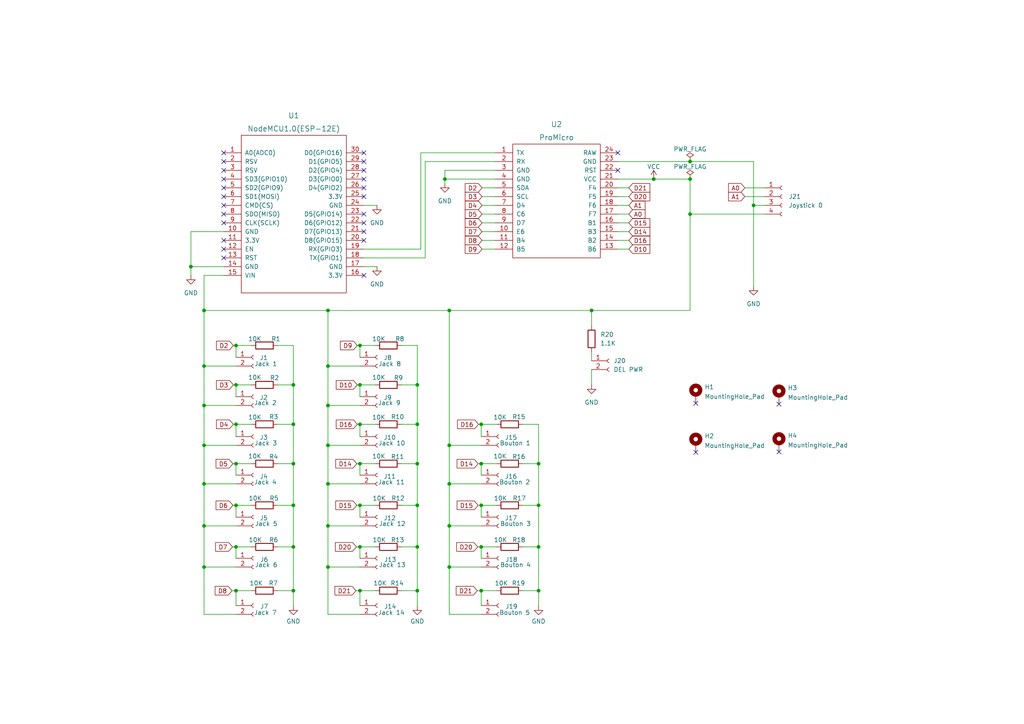
<source format=kicad_sch>
(kicad_sch (version 20211123) (generator eeschema)
  (paper "A4")
  (title_block (title "Manette adaptée ") (date "2023-01-26") (rev "Version 0.1") (company "Cégep de Sherbrooke") (comment 1 "Technologie des systèmes ordinés") (comment 2 "247-67P-SH") (comment 3 "Mathis Savoie") (comment 4 "Jackob Breton"))
  (lib_symbols
    (symbol "Connector:Conn_01x02_Female" (pin_names (offset 1.016) hide)
      (property "Reference" "J" (at 0 2.54 0))
      (property "Value" "Conn_01x02_Female" (at 0 -5.08 0))
      (symbol "Conn_01x02_Female_1_1"
        (arc (start 0 -2.032) (mid -0.508 -2.54) (end 0 -3.048) (stroke (width 0.1524)))
        (polyline (pts (xy -1.27 -2.54) (xy -0.508 -2.54)) (stroke (width 0.1524)))
        (polyline (pts (xy -1.27 0) (xy -0.508 0)) (stroke (width 0.1524)))
        (arc (start 0 0.508) (mid -0.508 0) (end 0 -0.508) (stroke (width 0.1524)))
        (pin passive line (at -5.08 0 0) (length 3.81) (name "Pin_1") (number "1"))
        (pin passive line (at -5.08 -2.54 0) (length 3.81) (name "Pin_2") (number "2"))
      )
    )
    (symbol "Connector:Conn_01x04_Female" (pin_names (offset 1.016) hide)
      (property "Reference" "J" (at 0 5.08 0))
      (property "Value" "Conn_01x04_Female" (at 0 -7.62 0))
      (symbol "Conn_01x04_Female_1_1"
        (arc (start 0 -4.572) (mid -0.508 -5.08) (end 0 -5.588) (stroke (width 0.1524)))
        (arc (start 0 -2.032) (mid -0.508 -2.54) (end 0 -3.048) (stroke (width 0.1524)))
        (polyline (pts (xy -1.27 -5.08) (xy -0.508 -5.08)) (stroke (width 0.1524)))
        (polyline (pts (xy -1.27 -2.54) (xy -0.508 -2.54)) (stroke (width 0.1524)))
        (polyline (pts (xy -1.27 0) (xy -0.508 0)) (stroke (width 0.1524)))
        (polyline (pts (xy -1.27 2.54) (xy -0.508 2.54)) (stroke (width 0.1524)))
        (arc (start 0 0.508) (mid -0.508 0) (end 0 -0.508) (stroke (width 0.1524)))
        (arc (start 0 3.048) (mid -0.508 2.54) (end 0 2.032) (stroke (width 0.1524)))
        (pin passive line (at -5.08 2.54 0) (length 3.81) (name "Pin_1") (number "1"))
        (pin passive line (at -5.08 0 0) (length 3.81) (name "Pin_2") (number "2"))
        (pin passive line (at -5.08 -2.54 0) (length 3.81) (name "Pin_3") (number "3"))
        (pin passive line (at -5.08 -5.08 0) (length 3.81) (name "Pin_4") (number "4"))
      )
    )
    (symbol "Device:R" (pin_numbers hide) (pin_names (offset 0))
      (property "Reference" "R" (at 2.032 0 90))
      (property "Value" "R" (at 0 0 90))
      (symbol "R_0_1"
        (rectangle (start -1.016 -2.54) (end 1.016 2.54) (stroke (width 0.254)))
      )
      (symbol "R_1_1"
        (pin passive line (at 0 3.81 270) (length 1.27) (name "~") (number "1"))
        (pin passive line (at 0 -3.81 90) (length 1.27) (name "~") (number "2"))
      )
    )
    (symbol "ESP8266:NodeMCU1.0(ESP-12E)" (pin_names (offset 1.016))
      (property "Reference" "U1" (at 0 28.575 0))
      (property "Value" "NodeMCU1.0(ESP-12E)" (at 0 24.765 0))
      (symbol "NodeMCU1.0(ESP-12E)_0_1"
        (rectangle (start -15.24 -22.86) (end 15.24 22.86))
      )
      (symbol "NodeMCU1.0(ESP-12E)_1_1"
        (pin input line (at -20.32 17.78 0) (length 5.08) (name "A0(ADC0)") (number "1"))
        (pin input line (at -20.32 -5.08 0) (length 5.08) (name "GND") (number "10"))
        (pin input line (at -20.32 -7.62 0) (length 5.08) (name "3.3V") (number "11"))
        (pin input line (at -20.32 -10.16 0) (length 5.08) (name "EN") (number "12"))
        (pin input line (at -20.32 -12.7 0) (length 5.08) (name "RST") (number "13"))
        (pin input line (at -20.32 -15.24 0) (length 5.08) (name "GND") (number "14"))
        (pin input line (at -20.32 -17.78 0) (length 5.08) (name "VIN") (number "15"))
        (pin input line (at 20.32 -17.78 180) (length 5.08) (name "3.3V") (number "16"))
        (pin input line (at 20.32 -15.24 180) (length 5.08) (name "GND") (number "17"))
        (pin input line (at 20.32 -12.7 180) (length 5.08) (name "TX(GPIO1)") (number "18"))
        (pin input line (at 20.32 -10.16 180) (length 5.08) (name "RX(GPIO3)") (number "19"))
        (pin input line (at -20.32 15.24 0) (length 5.08) (name "RSV") (number "2"))
        (pin input line (at 20.32 -7.62 180) (length 5.08) (name "D8(GPIO15)") (number "20"))
        (pin input line (at 20.32 -5.08 180) (length 5.08) (name "D7(GPIO13)") (number "21"))
        (pin input line (at 20.32 -2.54 180) (length 5.08) (name "D6(GPIO12)") (number "22"))
        (pin input line (at 20.32 0 180) (length 5.08) (name "D5(GPIO14)") (number "23"))
        (pin input line (at 20.32 2.54 180) (length 5.08) (name "GND") (number "24"))
        (pin input line (at 20.32 5.08 180) (length 5.08) (name "3.3V") (number "25"))
        (pin input line (at 20.32 7.62 180) (length 5.08) (name "D4(GPIO2)") (number "26"))
        (pin input line (at 20.32 10.16 180) (length 5.08) (name "D3(GPIO0)") (number "27"))
        (pin input line (at 20.32 12.7 180) (length 5.08) (name "D2(GPIO4)") (number "28"))
        (pin input line (at 20.32 15.24 180) (length 5.08) (name "D1(GPIO5)") (number "29"))
        (pin input line (at -20.32 12.7 0) (length 5.08) (name "RSV") (number "3"))
        (pin input line (at 20.32 17.78 180) (length 5.08) (name "D0(GPIO16)") (number "30"))
        (pin input line (at -20.32 10.16 0) (length 5.08) (name "SD3(GPIO10)") (number "4"))
        (pin input line (at -20.32 7.62 0) (length 5.08) (name "SD2(GPIO9)") (number "5"))
        (pin input line (at -20.32 5.08 0) (length 5.08) (name "SD1(MOSI)") (number "6"))
        (pin input line (at -20.32 2.54 0) (length 5.08) (name "CMD(CS)") (number "7"))
        (pin input line (at -20.32 0 0) (length 5.08) (name "SDO(MISO)") (number "8"))
        (pin input line (at -20.32 -2.54 0) (length 5.08) (name "CLK(SCLK)") (number "9"))
      )
    )
    (symbol "Mechanical:MountingHole_Pad" (pin_numbers hide) (pin_names (offset 1.016) hide)
      (property "Reference" "H" (at 0 6.35 0))
      (property "Value" "MountingHole_Pad" (at 0 4.445 0))
      (symbol "MountingHole_Pad_0_1"
        (circle (center 0 1.27) (radius 1.27) (stroke (width 1.27)))
      )
      (symbol "MountingHole_Pad_1_1"
        (pin input line (at 0 -2.54 90) (length 2.54) (name "1") (number "1"))
      )
    )
    (symbol "power:GND" (power) (pin_names (offset 0))
      (property "Value" "GND" (at 0 -3.81 0))
      (symbol "GND_0_1"
        (polyline (pts (xy 0 0) (xy 0 -1.27) (xy 1.27 -1.27) (xy 0 -2.54) (xy -1.27 -1.27) (xy 0 -1.27)))
      )
      (symbol "GND_1_1"
        (pin power_in line (at 0 0 270) (length 0) hide (name "GND") (number "1"))
      )
    )
    (symbol "power:PWR_FLAG" (power) (pin_numbers hide) (pin_names (offset 0) hide)
      (property "Value" "PWR_FLAG" (at 0 3.81 0))
      (symbol "PWR_FLAG_0_0"
        (pin power_out line (at 0 0 90) (length 0) (name "pwr") (number "1"))
      )
      (symbol "PWR_FLAG_0_1"
        (polyline (pts (xy 0 0) (xy 0 1.27) (xy -1.016 1.905) (xy 0 2.54) (xy 1.016 1.905) (xy 0 1.27)))
      )
    )
    (symbol "power:VCC" (power) (pin_names (offset 0))
      (property "Value" "VCC" (at 0 3.81 0))
      (symbol "VCC_0_1"
        (polyline (pts (xy -0.762 1.27) (xy 0 2.54)))
        (polyline (pts (xy 0 0) (xy 0 2.54)))
        (polyline (pts (xy 0 2.54) (xy 0.762 1.27)))
      )
      (symbol "VCC_1_1"
        (pin power_in line (at 0 0 90) (length 0) hide (name "VCC") (number "1"))
      )
    )
    (symbol "promicro:ProMicro" (pin_names (offset 1.016))
      (property "Reference" "U" (at 0 24.13 0))
      (property "Value" "ProMicro" (at 0 -13.97 0))
      (symbol "ProMicro_0_1"
        (rectangle (start -12.7 21.59) (end 12.7 -11.43))
      )
      (symbol "ProMicro_1_1"
        (pin bidirectional line (at -17.78 19.05 0) (length 5.08) (name "TX") (number "1"))
        (pin bidirectional line (at -17.78 -3.81 0) (length 5.08) (name "E6") (number "10"))
        (pin bidirectional line (at -17.78 -6.35 0) (length 5.08) (name "B4") (number "11"))
        (pin bidirectional line (at -17.78 -8.89 0) (length 5.08) (name "B5") (number "12"))
        (pin bidirectional line (at 17.78 -8.89 180) (length 5.08) (name "B6") (number "13"))
        (pin bidirectional line (at 17.78 -6.35 180) (length 5.08) (name "B2") (number "14"))
        (pin bidirectional line (at 17.78 -3.81 180) (length 5.08) (name "B3") (number "15"))
        (pin bidirectional line (at 17.78 -1.27 180) (length 5.08) (name "B1") (number "16"))
        (pin bidirectional line (at 17.78 1.27 180) (length 5.08) (name "F7") (number "17"))
        (pin bidirectional line (at 17.78 3.81 180) (length 5.08) (name "F6") (number "18"))
        (pin bidirectional line (at 17.78 6.35 180) (length 5.08) (name "F5") (number "19"))
        (pin bidirectional line (at -17.78 16.51 0) (length 5.08) (name "RX") (number "2"))
        (pin bidirectional line (at 17.78 8.89 180) (length 5.08) (name "F4") (number "20"))
        (pin power_in line (at 17.78 11.43 180) (length 5.08) (name "VCC") (number "21"))
        (pin input line (at 17.78 13.97 180) (length 5.08) (name "RST") (number "22"))
        (pin power_in line (at 17.78 16.51 180) (length 5.08) (name "GND") (number "23"))
        (pin power_out line (at 17.78 19.05 180) (length 5.08) (name "RAW") (number "24"))
        (pin power_in line (at -17.78 13.97 0) (length 5.08) (name "GND") (number "3"))
        (pin power_in line (at -17.78 11.43 0) (length 5.08) (name "GND") (number "4"))
        (pin bidirectional line (at -17.78 8.89 0) (length 5.08) (name "SDA") (number "5"))
        (pin bidirectional line (at -17.78 6.35 0) (length 5.08) (name "SCL") (number "6"))
        (pin bidirectional line (at -17.78 3.81 0) (length 5.08) (name "D4") (number "7"))
        (pin bidirectional line (at -17.78 1.27 0) (length 5.08) (name "C6") (number "8"))
        (pin bidirectional line (at -17.78 -1.27 0) (length 5.08) (name "D7") (number "9"))
      )
    )
  )
  (junction (at 68.453 123.063))
  (junction (at 85.09 123.063))
  (junction (at 139.573 134.493))
  (junction (at 85.09 171.323))
  (junction (at 68.453 158.623))
  (junction (at 129.032 51.943))
  (junction (at 200.152 62.103))
  (junction (at 130.302 164.465))
  (junction (at 104.394 146.558))
  (junction (at 95.123 164.465))
  (junction (at 121.031 111.633))
  (junction (at 68.453 134.493))
  (junction (at 104.394 158.623))
  (junction (at 95.123 117.602))
  (junction (at 139.573 123.063))
  (junction (at 200.152 46.863))
  (junction (at 95.123 140.335))
  (junction (at 95.123 90.043))
  (junction (at 68.453 100.203))
  (junction (at 121.031 146.558))
  (junction (at 130.302 140.335))
  (junction (at 121.031 134.493))
  (junction (at 130.302 90.043))
  (junction (at 121.031 158.623))
  (junction (at 85.09 111.633))
  (junction (at 85.09 146.558))
  (junction (at 68.453 111.633))
  (junction (at 189.611 51.943))
  (junction (at 55.372 77.343))
  (junction (at 139.573 171.323))
  (junction (at 171.577 90.043))
  (junction (at 95.123 129.159))
  (junction (at 59.182 106.172))
  (junction (at 59.182 140.335))
  (junction (at 59.182 164.465))
  (junction (at 104.394 134.493))
  (junction (at 200.152 51.943))
  (junction (at 59.182 152.527))
  (junction (at 139.573 158.623))
  (junction (at 104.394 111.633))
  (junction (at 68.453 171.323))
  (junction (at 156.21 158.623))
  (junction (at 59.182 129.159))
  (junction (at 156.21 146.558))
  (junction (at 59.182 90.043))
  (junction (at 156.21 171.323))
  (junction (at 59.182 117.602))
  (junction (at 130.302 152.527))
  (junction (at 139.573 146.558))
  (junction (at 218.567 59.563))
  (junction (at 104.394 123.063))
  (junction (at 85.09 158.623))
  (junction (at 104.394 171.323))
  (junction (at 104.394 100.203))
  (junction (at 68.453 146.558))
  (junction (at 85.09 134.493))
  (junction (at 121.031 171.323))
  (junction (at 156.21 134.493))
  (junction (at 95.123 106.172))
  (junction (at 121.031 123.063))
  (junction (at 130.302 129.159))
  (junction (at 95.123 152.527))
  (no_connect (at 201.803 116.967))
  (no_connect (at 225.933 117.221))
  (no_connect (at 225.933 131.064))
  (no_connect (at 201.803 131.191))
  (no_connect (at 105.537 62.103))
  (no_connect (at 105.537 79.883))
  (no_connect (at 105.537 69.723))
  (no_connect (at 105.537 67.183))
  (no_connect (at 105.537 64.643))
  (no_connect (at 105.537 44.323))
  (no_connect (at 105.537 57.023))
  (no_connect (at 105.537 54.483))
  (no_connect (at 105.537 46.863))
  (no_connect (at 105.537 49.403))
  (no_connect (at 105.537 51.943))
  (no_connect (at 179.197 49.403))
  (no_connect (at 179.197 44.323))
  (no_connect (at 64.897 44.323))
  (no_connect (at 64.897 46.863))
  (no_connect (at 64.897 49.403))
  (no_connect (at 64.897 51.943))
  (no_connect (at 64.897 64.643))
  (no_connect (at 64.897 54.483))
  (no_connect (at 64.897 57.023))
  (no_connect (at 64.897 59.563))
  (no_connect (at 64.897 62.103))
  (no_connect (at 64.897 69.723))
  (no_connect (at 64.897 72.263))
  (no_connect (at 64.897 74.803))
  (wire (pts (xy 138.557 158.623) (xy 139.573 158.623)))
  (wire (pts (xy 151.638 123.063) (xy 156.21 123.063)))
  (wire (pts (xy 121.031 171.323) (xy 121.031 175.768)))
  (wire (pts (xy 171.577 90.043) (xy 171.577 94.488)))
  (wire (pts (xy 103.632 100.203) (xy 104.394 100.203)))
  (wire (pts (xy 129.032 49.403) (xy 129.032 51.943)))
  (wire (pts (xy 68.453 158.623) (xy 68.453 161.925)))
  (wire (pts (xy 116.459 158.623) (xy 121.031 158.623)))
  (wire (pts (xy 156.21 123.063) (xy 156.21 134.493)))
  (wire (pts (xy 139.573 158.623) (xy 139.573 161.925)))
  (wire (pts (xy 95.123 178.181) (xy 95.123 164.465)))
  (wire (pts (xy 156.21 158.623) (xy 156.21 171.323)))
  (wire (pts (xy 121.031 123.063) (xy 121.031 134.493)))
  (wire (pts (xy 179.197 59.563) (xy 182.372 59.563)))
  (wire (pts (xy 104.394 158.623) (xy 104.394 161.925)))
  (wire (pts (xy 139.573 123.063) (xy 144.018 123.063)))
  (wire (pts (xy 179.197 51.943) (xy 189.611 51.943)))
  (wire (pts (xy 138.43 171.323) (xy 139.573 171.323)))
  (wire (pts (xy 80.518 171.323) (xy 85.09 171.323)))
  (wire (pts (xy 139.827 72.263) (xy 143.637 72.263)))
  (wire (pts (xy 200.152 62.103) (xy 221.742 62.103)))
  (wire (pts (xy 67.691 100.203) (xy 68.453 100.203)))
  (wire (pts (xy 85.09 123.063) (xy 85.09 134.493)))
  (wire (pts (xy 104.394 129.159) (xy 95.123 129.159)))
  (wire (pts (xy 68.453 164.465) (xy 59.182 164.465)))
  (wire (pts (xy 85.09 146.558) (xy 85.09 158.623)))
  (wire (pts (xy 189.611 51.943) (xy 200.152 51.943)))
  (wire (pts (xy 68.453 146.558) (xy 68.453 149.987)))
  (wire (pts (xy 104.394 111.633) (xy 104.394 115.062)))
  (wire (pts (xy 68.453 178.181) (xy 59.182 178.181)))
  (wire (pts (xy 139.827 67.183) (xy 143.637 67.183)))
  (wire (pts (xy 216.027 57.023) (xy 221.742 57.023)))
  (wire (pts (xy 59.182 106.172) (xy 59.182 90.043)))
  (wire (pts (xy 104.394 146.558) (xy 104.394 149.987)))
  (wire (pts (xy 139.573 178.181) (xy 130.302 178.181)))
  (wire (pts (xy 59.182 140.335) (xy 59.182 152.527)))
  (wire (pts (xy 179.197 64.643) (xy 182.372 64.643)))
  (wire (pts (xy 105.537 77.343) (xy 109.347 77.343)))
  (wire (pts (xy 104.394 164.465) (xy 95.123 164.465)))
  (wire (pts (xy 179.197 72.263) (xy 182.372 72.263)))
  (wire (pts (xy 64.897 77.343) (xy 55.372 77.343)))
  (wire (pts (xy 139.573 171.323) (xy 139.573 175.641)))
  (wire (pts (xy 216.027 54.483) (xy 221.742 54.483)))
  (wire (pts (xy 116.459 123.063) (xy 121.031 123.063)))
  (wire (pts (xy 59.182 178.181) (xy 59.182 164.465)))
  (wire (pts (xy 156.21 134.493) (xy 156.21 146.558)))
  (wire (pts (xy 95.123 90.043) (xy 95.123 106.172)))
  (wire (pts (xy 67.437 158.623) (xy 68.453 158.623)))
  (wire (pts (xy 104.394 146.558) (xy 108.839 146.558)))
  (wire (pts (xy 171.577 90.043) (xy 200.152 90.043)))
  (wire (pts (xy 139.573 158.623) (xy 144.018 158.623)))
  (wire (pts (xy 95.123 117.602) (xy 95.123 106.172)))
  (wire (pts (xy 179.197 69.723) (xy 182.372 69.723)))
  (wire (pts (xy 104.394 106.172) (xy 95.123 106.172)))
  (wire (pts (xy 104.394 134.493) (xy 104.394 137.795)))
  (wire (pts (xy 68.453 146.558) (xy 72.898 146.558)))
  (wire (pts (xy 129.032 51.943) (xy 129.032 53.213)))
  (wire (pts (xy 85.09 171.323) (xy 85.09 175.768)))
  (wire (pts (xy 68.453 111.633) (xy 72.898 111.633)))
  (wire (pts (xy 68.453 158.623) (xy 72.898 158.623)))
  (wire (pts (xy 68.453 129.159) (xy 59.182 129.159)))
  (wire (pts (xy 143.637 51.943) (xy 129.032 51.943)))
  (wire (pts (xy 103.632 111.633) (xy 104.394 111.633)))
  (wire (pts (xy 104.394 100.203) (xy 104.394 103.632)))
  (wire (pts (xy 105.537 74.803) (xy 123.317 74.803)))
  (wire (pts (xy 104.394 158.623) (xy 108.839 158.623)))
  (wire (pts (xy 80.518 100.203) (xy 85.09 100.203)))
  (wire (pts (xy 138.684 134.493) (xy 139.573 134.493)))
  (wire (pts (xy 68.453 106.172) (xy 59.182 106.172)))
  (wire (pts (xy 104.394 140.335) (xy 95.123 140.335)))
  (wire (pts (xy 179.197 62.103) (xy 182.372 62.103)))
  (wire (pts (xy 68.453 140.335) (xy 59.182 140.335)))
  (wire (pts (xy 59.182 129.159) (xy 59.182 140.335)))
  (wire (pts (xy 64.897 67.183) (xy 55.372 67.183)))
  (wire (pts (xy 80.518 146.558) (xy 85.09 146.558)))
  (wire (pts (xy 143.637 49.403) (xy 129.032 49.403)))
  (wire (pts (xy 171.577 107.188) (xy 171.577 111.633)))
  (wire (pts (xy 123.317 74.803) (xy 123.317 46.863)))
  (wire (pts (xy 218.567 59.563) (xy 218.567 83.058)))
  (wire (pts (xy 105.537 59.563) (xy 109.347 59.563)))
  (wire (pts (xy 139.573 146.558) (xy 139.573 149.987)))
  (wire (pts (xy 151.638 158.623) (xy 156.21 158.623)))
  (wire (pts (xy 95.123 164.465) (xy 95.123 152.527)))
  (wire (pts (xy 139.573 134.493) (xy 144.018 134.493)))
  (wire (pts (xy 151.638 171.323) (xy 156.21 171.323)))
  (wire (pts (xy 139.827 59.563) (xy 143.637 59.563)))
  (wire (pts (xy 138.811 123.063) (xy 139.573 123.063)))
  (wire (pts (xy 67.564 146.558) (xy 68.453 146.558)))
  (wire (pts (xy 67.564 134.493) (xy 68.453 134.493)))
  (wire (pts (xy 67.691 123.063) (xy 68.453 123.063)))
  (wire (pts (xy 156.21 171.323) (xy 156.21 175.768)))
  (wire (pts (xy 139.573 171.323) (xy 144.018 171.323)))
  (wire (pts (xy 121.031 111.633) (xy 121.031 123.063)))
  (wire (pts (xy 104.394 123.063) (xy 104.394 126.619)))
  (wire (pts (xy 104.394 171.323) (xy 108.839 171.323)))
  (wire (pts (xy 59.182 79.883) (xy 59.182 90.043)))
  (wire (pts (xy 67.691 111.633) (xy 68.453 111.633)))
  (wire (pts (xy 104.394 100.203) (xy 108.839 100.203)))
  (wire (pts (xy 104.394 152.527) (xy 95.123 152.527)))
  (wire (pts (xy 68.453 134.493) (xy 68.453 137.795)))
  (wire (pts (xy 130.302 90.043) (xy 130.302 129.159)))
  (wire (pts (xy 139.573 152.527) (xy 130.302 152.527)))
  (wire (pts (xy 95.123 140.335) (xy 95.123 152.527)))
  (wire (pts (xy 104.394 123.063) (xy 108.839 123.063)))
  (wire (pts (xy 68.453 152.527) (xy 59.182 152.527)))
  (wire (pts (xy 80.518 134.493) (xy 85.09 134.493)))
  (wire (pts (xy 68.453 100.203) (xy 68.453 103.632)))
  (wire (pts (xy 139.573 164.465) (xy 130.302 164.465)))
  (wire (pts (xy 103.378 158.623) (xy 104.394 158.623)))
  (wire (pts (xy 116.459 100.203) (xy 121.031 100.203)))
  (wire (pts (xy 123.317 46.863) (xy 143.637 46.863)))
  (wire (pts (xy 116.459 146.558) (xy 121.031 146.558)))
  (wire (pts (xy 103.251 171.323) (xy 104.394 171.323)))
  (wire (pts (xy 139.827 64.643) (xy 143.637 64.643)))
  (wire (pts (xy 179.197 57.023) (xy 182.372 57.023)))
  (wire (pts (xy 104.394 117.602) (xy 95.123 117.602)))
  (wire (pts (xy 139.827 62.103) (xy 143.637 62.103)))
  (wire (pts (xy 122.047 44.323) (xy 122.047 72.263)))
  (wire (pts (xy 139.573 140.335) (xy 130.302 140.335)))
  (wire (pts (xy 59.182 164.465) (xy 59.182 152.527)))
  (wire (pts (xy 68.453 117.602) (xy 59.182 117.602)))
  (wire (pts (xy 139.573 146.558) (xy 144.018 146.558)))
  (wire (pts (xy 116.459 134.493) (xy 121.031 134.493)))
  (wire (pts (xy 156.21 146.558) (xy 156.21 158.623)))
  (wire (pts (xy 200.152 62.103) (xy 200.152 51.943)))
  (wire (pts (xy 139.827 54.483) (xy 143.637 54.483)))
  (wire (pts (xy 139.573 134.493) (xy 139.573 137.795)))
  (wire (pts (xy 121.031 146.558) (xy 121.031 158.623)))
  (wire (pts (xy 151.638 134.493) (xy 156.21 134.493)))
  (wire (pts (xy 104.394 134.493) (xy 108.839 134.493)))
  (wire (pts (xy 68.453 171.323) (xy 68.453 175.641)))
  (wire (pts (xy 67.31 171.323) (xy 68.453 171.323)))
  (wire (pts (xy 103.632 123.063) (xy 104.394 123.063)))
  (wire (pts (xy 95.123 129.159) (xy 95.123 140.335)))
  (wire (pts (xy 85.09 100.203) (xy 85.09 111.633)))
  (wire (pts (xy 95.123 90.043) (xy 130.302 90.043)))
  (wire (pts (xy 104.394 171.323) (xy 104.394 175.641)))
  (wire (pts (xy 116.459 111.633) (xy 121.031 111.633)))
  (wire (pts (xy 103.505 146.558) (xy 104.394 146.558)))
  (wire (pts (xy 59.182 117.602) (xy 59.182 106.172)))
  (wire (pts (xy 130.302 90.043) (xy 171.577 90.043)))
  (wire (pts (xy 59.182 90.043) (xy 95.123 90.043)))
  (wire (pts (xy 151.638 146.558) (xy 156.21 146.558)))
  (wire (pts (xy 179.197 54.483) (xy 182.372 54.483)))
  (wire (pts (xy 130.302 140.335) (xy 130.302 152.527)))
  (wire (pts (xy 121.031 158.623) (xy 121.031 171.323)))
  (wire (pts (xy 104.394 178.181) (xy 95.123 178.181)))
  (wire (pts (xy 80.518 158.623) (xy 85.09 158.623)))
  (wire (pts (xy 143.637 44.323) (xy 122.047 44.323)))
  (wire (pts (xy 218.567 59.563) (xy 218.567 46.863)))
  (wire (pts (xy 171.577 102.108) (xy 171.577 104.648)))
  (wire (pts (xy 179.197 67.183) (xy 182.372 67.183)))
  (wire (pts (xy 59.182 129.159) (xy 59.182 117.602)))
  (wire (pts (xy 55.372 77.343) (xy 55.372 79.883)))
  (wire (pts (xy 68.453 123.063) (xy 68.453 126.619)))
  (wire (pts (xy 200.152 62.103) (xy 200.152 90.043)))
  (wire (pts (xy 139.573 123.063) (xy 139.573 126.619)))
  (wire (pts (xy 130.302 178.181) (xy 130.302 164.465)))
  (wire (pts (xy 139.573 129.159) (xy 130.302 129.159)))
  (wire (pts (xy 218.567 59.563) (xy 221.742 59.563)))
  (wire (pts (xy 139.827 69.723) (xy 143.637 69.723)))
  (wire (pts (xy 121.031 100.203) (xy 121.031 111.633)))
  (wire (pts (xy 68.453 111.633) (xy 68.453 115.062)))
  (wire (pts (xy 139.827 57.023) (xy 143.637 57.023)))
  (wire (pts (xy 85.09 134.493) (xy 85.09 146.558)))
  (wire (pts (xy 80.518 123.063) (xy 85.09 123.063)))
  (wire (pts (xy 122.047 72.263) (xy 105.537 72.263)))
  (wire (pts (xy 68.453 123.063) (xy 72.898 123.063)))
  (wire (pts (xy 95.123 129.159) (xy 95.123 117.602)))
  (wire (pts (xy 103.505 134.493) (xy 104.394 134.493)))
  (wire (pts (xy 200.152 46.863) (xy 218.567 46.863)))
  (wire (pts (xy 68.453 100.203) (xy 72.898 100.203)))
  (wire (pts (xy 85.09 111.633) (xy 85.09 123.063)))
  (wire (pts (xy 116.459 171.323) (xy 121.031 171.323)))
  (wire (pts (xy 130.302 129.159) (xy 130.302 140.335)))
  (wire (pts (xy 104.394 111.633) (xy 108.839 111.633)))
  (wire (pts (xy 64.897 79.883) (xy 59.182 79.883)))
  (wire (pts (xy 85.09 158.623) (xy 85.09 171.323)))
  (wire (pts (xy 138.684 146.558) (xy 139.573 146.558)))
  (wire (pts (xy 68.453 171.323) (xy 72.898 171.323)))
  (wire (pts (xy 179.197 46.863) (xy 200.152 46.863)))
  (wire (pts (xy 68.453 134.493) (xy 72.898 134.493)))
  (wire (pts (xy 55.372 67.183) (xy 55.372 77.343)))
  (wire (pts (xy 130.302 164.465) (xy 130.302 152.527)))
  (wire (pts (xy 121.031 134.493) (xy 121.031 146.558)))
  (wire (pts (xy 80.518 111.633) (xy 85.09 111.633)))
  (global_label "D14" (shape input) (at 103.505 134.493 180) (property "Intersheet References" "${INTERSHEET_REFS}" (effects hide)))
  (global_label "D4" (shape input) (at 67.691 123.063 180) (property "Intersheet References" "${INTERSHEET_REFS}" (effects hide)))
  (global_label "D16" (shape input) (at 103.632 123.063 180) (property "Intersheet References" "${INTERSHEET_REFS}" (effects hide)))
  (global_label "D3" (shape input) (at 67.691 111.633 180) (property "Intersheet References" "${INTERSHEET_REFS}" (effects hide)))
  (global_label "D4" (shape input) (at 139.827 59.563 180) (property "Intersheet References" "${INTERSHEET_REFS}" (effects hide)))
  (global_label "D21" (shape input) (at 103.251 171.323 180) (property "Intersheet References" "${INTERSHEET_REFS}" (effects hide)))
  (global_label "A1" (shape input) (at 216.027 57.023 180) (property "Intersheet References" "${INTERSHEET_REFS}" (effects hide)))
  (global_label "D15" (shape input) (at 182.372 64.643 0) (property "Intersheet References" "${INTERSHEET_REFS}" (effects hide)))
  (global_label "D21" (shape input) (at 138.43 171.323 180) (property "Intersheet References" "${INTERSHEET_REFS}" (effects hide)))
  (global_label "D2" (shape input) (at 139.827 54.483 180) (property "Intersheet References" "${INTERSHEET_REFS}" (effects hide)))
  (global_label "D10" (shape input) (at 103.632 111.633 180) (property "Intersheet References" "${INTERSHEET_REFS}" (effects hide)))
  (global_label "D20" (shape input) (at 138.557 158.623 180) (property "Intersheet References" "${INTERSHEET_REFS}" (effects hide)))
  (global_label "A0" (shape input) (at 182.372 62.103 0) (property "Intersheet References" "${INTERSHEET_REFS}" (effects hide)))
  (global_label "D7" (shape input) (at 67.437 158.623 180) (property "Intersheet References" "${INTERSHEET_REFS}" (effects hide)))
  (global_label "D3" (shape input) (at 139.827 57.023 180) (property "Intersheet References" "${INTERSHEET_REFS}" (effects hide)))
  (global_label "D20" (shape input) (at 182.372 57.023 0) (property "Intersheet References" "${INTERSHEET_REFS}" (effects hide)))
  (global_label "D16" (shape input) (at 182.372 69.723 0) (property "Intersheet References" "${INTERSHEET_REFS}" (effects hide)))
  (global_label "D6" (shape input) (at 139.827 64.643 180) (property "Intersheet References" "${INTERSHEET_REFS}" (effects hide)))
  (global_label "D10" (shape input) (at 182.372 72.263 0) (property "Intersheet References" "${INTERSHEET_REFS}" (effects hide)))
  (global_label "D9" (shape input) (at 139.827 72.263 180) (property "Intersheet References" "${INTERSHEET_REFS}" (effects hide)))
  (global_label "D15" (shape input) (at 103.505 146.558 180) (property "Intersheet References" "${INTERSHEET_REFS}" (effects hide)))
  (global_label "D14" (shape input) (at 182.372 67.183 0) (property "Intersheet References" "${INTERSHEET_REFS}" (effects hide)))
  (global_label "D14" (shape input) (at 138.684 134.493 180) (property "Intersheet References" "${INTERSHEET_REFS}" (effects hide)))
  (global_label "A1" (shape input) (at 182.372 59.563 0) (property "Intersheet References" "${INTERSHEET_REFS}" (effects hide)))
  (global_label "D7" (shape input) (at 139.827 67.183 180) (property "Intersheet References" "${INTERSHEET_REFS}" (effects hide)))
  (global_label "D8" (shape input) (at 139.827 69.723 180) (property "Intersheet References" "${INTERSHEET_REFS}" (effects hide)))
  (global_label "D21" (shape input) (at 182.372 54.483 0) (property "Intersheet References" "${INTERSHEET_REFS}" (effects hide)))
  (global_label "D16" (shape input) (at 138.811 123.063 180) (property "Intersheet References" "${INTERSHEET_REFS}" (effects hide)))
  (global_label "D20" (shape input) (at 103.378 158.623 180) (property "Intersheet References" "${INTERSHEET_REFS}" (effects hide)))
  (global_label "D8" (shape input) (at 67.31 171.323 180) (property "Intersheet References" "${INTERSHEET_REFS}" (effects hide)))
  (global_label "D5" (shape input) (at 139.827 62.103 180) (property "Intersheet References" "${INTERSHEET_REFS}" (effects hide)))
  (global_label "A0" (shape input) (at 216.027 54.483 180) (property "Intersheet References" "${INTERSHEET_REFS}" (effects hide)))
  (global_label "D9" (shape input) (at 103.632 100.203 180) (property "Intersheet References" "${INTERSHEET_REFS}" (effects hide)))
  (global_label "D2" (shape input) (at 67.691 100.203 180) (property "Intersheet References" "${INTERSHEET_REFS}" (effects hide)))
  (global_label "D6" (shape input) (at 67.564 146.558 180) (property "Intersheet References" "${INTERSHEET_REFS}" (effects hide)))
  (global_label "D5" (shape input) (at 67.564 134.493 180) (property "Intersheet References" "${INTERSHEET_REFS}" (effects hide)))
  (global_label "D15" (shape input) (at 138.684 146.558 180) (property "Intersheet References" "${INTERSHEET_REFS}" (effects hide)))
  (symbol (lib_id "Device:R") (at 171.577 98.298 0) (unit 1)
    (property "Reference" "R20" (at 174.117 97.0279 0) (effects (justify left)))
    (property "Value" "1.1K" (at 174.117 99.5679 0) (effects (justify left)))
    (property "Footprint" "Resistor_SMD:R_0805_2012Metric_Pad1.20x1.40mm_HandSolder" (effects hide))
  )
  (symbol (lib_id "Device:R") (at 76.708 100.203 90) (unit 1)
    (property "Reference" "R1" (at 80.01 98.298 90))
    (property "Value" "10K" (at 73.914 98.298 90))
    (property "Footprint" "Resistor_SMD:R_0805_2012Metric_Pad1.20x1.40mm_HandSolder" (effects hide))
  )
  (symbol (lib_id "power:VCC") (at 189.611 51.943 0) (unit 1)
    (property "Reference" "#PWR09" (effects hide))
    (property "Value" "VCC" (at 189.611 48.3385 0))
  )
  (symbol (lib_id "Connector:Conn_01x02_Female") (at 144.653 149.987 0) (unit 1)
    (property "Reference" "J17" (at 146.431 150.241 0) (effects (justify left)))
    (property "Value" "Bouton 3" (at 145.034 151.892 0) (effects (justify left)))
    (property "Footprint" "Connector_PinHeader_2.54mm:PinHeader_1x02_P2.54mm_Vertical" (effects hide))
  )
  (symbol (lib_id "Connector:Conn_01x02_Female") (at 109.474 149.987 0) (unit 1)
    (property "Reference" "J12" (at 111.252 150.241 0) (effects (justify left)))
    (property "Value" "Jack 12" (at 109.855 151.892 0) (effects (justify left)))
    (property "Footprint" "Connector_PinHeader_2.54mm:PinHeader_1x02_P2.54mm_Vertical" (effects hide))
  )
  (symbol (lib_id "Connector:Conn_01x02_Female") (at 109.474 175.641 0) (unit 1)
    (property "Reference" "J14" (at 111.379 175.895 0) (effects (justify left)))
    (property "Value" "Jack 14" (at 109.601 177.673 0) (effects (justify left)))
    (property "Footprint" "Connector_PinHeader_2.54mm:PinHeader_1x02_P2.54mm_Vertical" (effects hide))
  )
  (symbol (lib_id "Device:R") (at 147.828 123.063 90) (unit 1)
    (property "Reference" "R15" (at 150.495 120.904 90))
    (property "Value" "10K" (at 145.034 121.031 90))
    (property "Footprint" "Resistor_SMD:R_0805_2012Metric_Pad1.20x1.40mm_HandSolder" (effects hide))
  )
  (symbol (lib_id "power:PWR_FLAG") (at 200.152 46.863 0) (unit 1)
    (property "Reference" "#FLG01" (effects hide))
    (property "Value" "PWR_FLAG" (at 200.152 43.2585 0))
  )
  (symbol (lib_id "power:PWR_FLAG") (at 200.152 51.943 0) (unit 1)
    (property "Reference" "#FLG02" (effects hide))
    (property "Value" "PWR_FLAG" (at 200.152 48.3385 0))
  )
  (symbol (lib_id "Mechanical:MountingHole_Pad") (at 225.933 128.524 0) (unit 1)
    (property "Reference" "H4" (at 228.473 126.3455 0) (effects (justify left)))
    (property "Value" "MountingHole_Pad" (at 228.473 129.1206 0) (effects (justify left)))
    (property "Footprint" "MountingHole:MountingHole_3.2mm_M3_Pad_Via" (effects hide))
  )
  (symbol (lib_id "Device:R") (at 147.828 146.558 90) (unit 1)
    (property "Reference" "R17" (at 150.622 144.526 90))
    (property "Value" "10K" (at 145.161 144.526 90))
    (property "Footprint" "Resistor_SMD:R_0805_2012Metric_Pad1.20x1.40mm_HandSolder" (effects hide))
  )
  (symbol (lib_id "Mechanical:MountingHole_Pad") (at 201.803 114.427 0) (unit 1)
    (property "Reference" "H1" (at 204.343 112.2485 0) (effects (justify left)))
    (property "Value" "MountingHole_Pad" (at 204.343 115.0236 0) (effects (justify left)))
    (property "Footprint" "MountingHole:MountingHole_3.2mm_M3_Pad_Via" (effects hide))
  )
  (symbol (lib_id "power:GND") (at 109.347 59.563 0) (unit 1)
    (property "Reference" "#PWR03" (effects hide))
    (property "Value" "GND" (at 109.347 64.643 0))
  )
  (symbol (lib_id "Connector:Conn_01x02_Female") (at 144.653 175.641 0) (unit 1)
    (property "Reference" "J19" (at 146.558 175.895 0) (effects (justify left)))
    (property "Value" "Bouton 5" (at 144.78 177.673 0) (effects (justify left)))
    (property "Footprint" "Connector_PinHeader_2.54mm:PinHeader_1x02_P2.54mm_Vertical" (effects hide))
  )
  (symbol (lib_id "Device:R") (at 112.649 146.558 90) (unit 1)
    (property "Reference" "R12" (at 115.443 144.526 90))
    (property "Value" "10K" (at 109.982 144.526 90))
    (property "Footprint" "Resistor_SMD:R_0805_2012Metric_Pad1.20x1.40mm_HandSolder" (effects hide))
  )
  (symbol (lib_id "Device:R") (at 147.828 158.623 90) (unit 1)
    (property "Reference" "R18" (at 150.495 156.591 90))
    (property "Value" "10K" (at 145.161 156.591 90))
    (property "Footprint" "Resistor_SMD:R_0805_2012Metric_Pad1.20x1.40mm_HandSolder" (effects hide))
  )
  (symbol (lib_id "Device:R") (at 112.649 171.323 90) (unit 1)
    (property "Reference" "R14" (at 115.189 169.164 90))
    (property "Value" "10K" (at 110.236 169.164 90))
    (property "Footprint" "Resistor_SMD:R_0805_2012Metric_Pad1.20x1.40mm_HandSolder" (effects hide))
  )
  (symbol (lib_id "Connector:Conn_01x02_Female") (at 73.533 115.062 0) (unit 1)
    (property "Reference" "J2" (at 75.311 115.316 0) (effects (justify left)))
    (property "Value" "Jack 2" (at 73.66 116.84 0) (effects (justify left)))
    (property "Footprint" "Connector_PinHeader_2.54mm:PinHeader_1x02_P2.54mm_Vertical" (effects hide))
  )
  (symbol (lib_id "Connector:Conn_01x02_Female") (at 109.474 126.619 0) (unit 1)
    (property "Reference" "J10" (at 111.252 126.873 0) (effects (justify left)))
    (property "Value" "Jack 10" (at 109.728 128.524 0) (effects (justify left)))
    (property "Footprint" "Connector_PinHeader_2.54mm:PinHeader_1x02_P2.54mm_Vertical" (effects hide))
  )
  (symbol (lib_id "Device:R") (at 76.708 171.323 90) (unit 1)
    (property "Reference" "R7" (at 79.248 169.164 90))
    (property "Value" "10K" (at 74.295 169.164 90))
    (property "Footprint" "Resistor_SMD:R_0805_2012Metric_Pad1.20x1.40mm_HandSolder" (effects hide))
  )
  (symbol (lib_id "Device:R") (at 76.708 123.063 90) (unit 1)
    (property "Reference" "R3" (at 79.375 120.904 90))
    (property "Value" "10K" (at 73.914 121.031 90))
    (property "Footprint" "Resistor_SMD:R_0805_2012Metric_Pad1.20x1.40mm_HandSolder" (effects hide))
  )
  (symbol (lib_id "Device:R") (at 112.649 134.493 90) (unit 1)
    (property "Reference" "R11" (at 115.316 132.461 90))
    (property "Value" "10K" (at 109.855 132.334 90))
    (property "Footprint" "Resistor_SMD:R_0805_2012Metric_Pad1.20x1.40mm_HandSolder" (effects hide))
  )
  (symbol (lib_id "Device:R") (at 112.649 111.633 90) (unit 1)
    (property "Reference" "R9" (at 115.57 109.601 90))
    (property "Value" "10K" (at 109.855 109.474 90))
    (property "Footprint" "Resistor_SMD:R_0805_2012Metric_Pad1.20x1.40mm_HandSolder" (effects hide))
  )
  (symbol (lib_id "Connector:Conn_01x02_Female") (at 109.474 161.925 0) (unit 1)
    (property "Reference" "J13" (at 111.379 162.306 0) (effects (justify left)))
    (property "Value" "Jack 13" (at 109.855 163.83 0) (effects (justify left)))
    (property "Footprint" "Connector_PinHeader_2.54mm:PinHeader_1x02_P2.54mm_Vertical" (effects hide))
  )
  (symbol (lib_id "Connector:Conn_01x02_Female") (at 73.533 103.632 0) (unit 1)
    (property "Reference" "J1" (at 75.311 103.759 0) (effects (justify left)))
    (property "Value" "Jack 1" (at 73.787 105.537 0) (effects (justify left)))
    (property "Footprint" "Connector_PinHeader_2.54mm:PinHeader_1x02_P2.54mm_Vertical" (effects hide))
  )
  (symbol (lib_id "Connector:Conn_01x02_Female") (at 73.533 161.925 0) (unit 1)
    (property "Reference" "J6" (at 75.438 162.306 0) (effects (justify left)))
    (property "Value" "Jack 6" (at 73.914 163.83 0) (effects (justify left)))
    (property "Footprint" "Connector_PinHeader_2.54mm:PinHeader_1x02_P2.54mm_Vertical" (effects hide))
  )
  (symbol (lib_id "Device:R") (at 147.828 134.493 90) (unit 1)
    (property "Reference" "R16" (at 150.495 132.461 90))
    (property "Value" "10K" (at 145.034 132.334 90))
    (property "Footprint" "Resistor_SMD:R_0805_2012Metric_Pad1.20x1.40mm_HandSolder" (effects hide))
  )
  (symbol (lib_id "power:GND") (at 109.347 77.343 0) (unit 1)
    (property "Reference" "#PWR04" (effects hide))
    (property "Value" "GND" (at 109.347 82.423 0))
  )
  (symbol (lib_id "Mechanical:MountingHole_Pad") (at 201.803 128.651 0) (unit 1)
    (property "Reference" "H2" (at 204.343 126.4725 0) (effects (justify left)))
    (property "Value" "MountingHole_Pad" (at 204.343 129.2476 0) (effects (justify left)))
    (property "Footprint" "MountingHole:MountingHole_3.2mm_M3_Pad_Via" (effects hide))
  )
  (symbol (lib_id "ESP8266:NodeMCU1.0(ESP-12E)") (at 85.217 62.103 0) (unit 1)
    (property "Reference" "U1" (at 85.217 33.528 0) (effects (font (size 1.524 1.524))))
    (property "Value" "NodeMCU1.0(ESP-12E)" (at 85.217 37.338 0) (effects (font (size 1.524 1.524))))
    (property "Footprint" "ESP8266:NodeMCU-LoLinV3" (effects hide))
  )
  (symbol (lib_id "promicro:ProMicro") (at 161.417 63.373 0) (unit 1)
    (property "Reference" "U2" (at 161.417 36.068 0) (effects (font (size 1.524 1.524))))
    (property "Value" "ProMicro" (at 161.417 39.878 0) (effects (font (size 1.524 1.524))))
    (property "Footprint" "promicro:ProMicro" (effects hide))
  )
  (symbol (lib_id "Connector:Conn_01x02_Female") (at 73.533 137.795 0) (unit 1)
    (property "Reference" "J4" (at 75.311 138.176 0) (effects (justify left)))
    (property "Value" "Jack 4" (at 73.66 139.827 0) (effects (justify left)))
    (property "Footprint" "Connector_PinHeader_2.54mm:PinHeader_1x02_P2.54mm_Vertical" (effects hide))
  )
  (symbol (lib_id "power:GND") (at 129.032 53.213 0) (unit 1)
    (property "Reference" "#PWR06" (effects hide))
    (property "Value" "GND" (at 129.032 58.293 0))
  )
  (symbol (lib_id "Connector:Conn_01x04_Female") (at 226.822 57.023 0) (unit 1)
    (property "Reference" "J21" (at 228.727 57.0229 0) (effects (justify left)))
    (property "Value" "Joystick 0" (at 228.727 59.5629 0) (effects (justify left)))
    (property "Footprint" "Connector_PinHeader_2.54mm:PinHeader_1x04_P2.54mm_Vertical" (effects hide))
  )
  (symbol (lib_id "Connector:Conn_01x02_Female") (at 176.657 104.648 0) (unit 1)
    (property "Reference" "J20" (at 177.927 104.6479 0) (effects (justify left)))
    (property "Value" "DEL PWR" (at 177.927 107.1879 0) (effects (justify left)))
    (property "Footprint" "Connector_PinHeader_2.54mm:PinHeader_1x02_P2.54mm_Vertical" (effects hide))
  )
  (symbol (lib_id "power:GND") (at 121.031 175.768 0) (unit 1)
    (property "Reference" "#PWR05" (effects hide))
    (property "Value" "GND" (at 121.031 180.213 0))
  )
  (symbol (lib_id "Connector:Conn_01x02_Female") (at 144.653 126.619 0) (unit 1)
    (property "Reference" "J15" (at 146.431 126.873 0) (effects (justify left)))
    (property "Value" "Bouton 1" (at 144.907 128.524 0) (effects (justify left)))
    (property "Footprint" "Connector_PinHeader_2.54mm:PinHeader_1x02_P2.54mm_Vertical" (effects hide))
  )
  (symbol (lib_id "Device:R") (at 76.708 111.633 90) (unit 1)
    (property "Reference" "R2" (at 79.629 109.601 90))
    (property "Value" "10K" (at 73.914 109.474 90))
    (property "Footprint" "Resistor_SMD:R_0805_2012Metric_Pad1.20x1.40mm_HandSolder" (effects hide))
  )
  (symbol (lib_id "Device:R") (at 112.649 158.623 90) (unit 1)
    (property "Reference" "R13" (at 115.316 156.591 90))
    (property "Value" "10K" (at 109.982 156.591 90))
    (property "Footprint" "Resistor_SMD:R_0805_2012Metric_Pad1.20x1.40mm_HandSolder" (effects hide))
  )
  (symbol (lib_id "Connector:Conn_01x02_Female") (at 109.474 137.795 0) (unit 1)
    (property "Reference" "J11" (at 111.252 138.176 0) (effects (justify left)))
    (property "Value" "Jack 11" (at 109.601 139.827 0) (effects (justify left)))
    (property "Footprint" "Connector_PinHeader_2.54mm:PinHeader_1x02_P2.54mm_Vertical" (effects hide))
  )
  (symbol (lib_id "Device:R") (at 147.828 171.323 90) (unit 1)
    (property "Reference" "R19" (at 150.368 169.164 90))
    (property "Value" "10K" (at 145.415 169.164 90))
    (property "Footprint" "Resistor_SMD:R_0805_2012Metric_Pad1.20x1.40mm_HandSolder" (effects hide))
  )
  (symbol (lib_id "Connector:Conn_01x02_Female") (at 144.653 161.925 0) (unit 1)
    (property "Reference" "J18" (at 146.558 162.306 0) (effects (justify left)))
    (property "Value" "Bouton 4" (at 145.034 163.83 0) (effects (justify left)))
    (property "Footprint" "Connector_PinHeader_2.54mm:PinHeader_1x02_P2.54mm_Vertical" (effects hide))
  )
  (symbol (lib_id "Connector:Conn_01x02_Female") (at 73.533 149.987 0) (unit 1)
    (property "Reference" "J5" (at 75.311 150.241 0) (effects (justify left)))
    (property "Value" "Jack 5" (at 73.914 151.892 0) (effects (justify left)))
    (property "Footprint" "Connector_PinHeader_2.54mm:PinHeader_1x02_P2.54mm_Vertical" (effects hide))
  )
  (symbol (lib_id "Device:R") (at 112.649 100.203 90) (unit 1)
    (property "Reference" "R8" (at 115.951 98.298 90))
    (property "Value" "10K" (at 109.855 98.298 90))
    (property "Footprint" "Resistor_SMD:R_0805_2012Metric_Pad1.20x1.40mm_HandSolder" (effects hide))
  )
  (symbol (lib_id "Connector:Conn_01x02_Female") (at 109.474 115.062 0) (unit 1)
    (property "Reference" "J9" (at 111.252 115.316 0) (effects (justify left)))
    (property "Value" "Jack 9" (at 109.601 116.84 0) (effects (justify left)))
    (property "Footprint" "Connector_PinHeader_2.54mm:PinHeader_1x02_P2.54mm_Vertical" (effects hide))
  )
  (symbol (lib_id "Device:R") (at 76.708 134.493 90) (unit 1)
    (property "Reference" "R4" (at 79.375 132.461 90))
    (property "Value" "10K" (at 73.914 132.334 90))
    (property "Footprint" "Resistor_SMD:R_0805_2012Metric_Pad1.20x1.40mm_HandSolder" (effects hide))
  )
  (symbol (lib_id "Connector:Conn_01x02_Female") (at 144.653 137.795 0) (unit 1)
    (property "Reference" "J16" (at 146.431 138.176 0) (effects (justify left)))
    (property "Value" "Bouton 2" (at 144.78 139.827 0) (effects (justify left)))
    (property "Footprint" "Connector_PinHeader_2.54mm:PinHeader_1x02_P2.54mm_Vertical" (effects hide))
  )
  (symbol (lib_id "power:GND") (at 55.372 79.883 0) (unit 1)
    (property "Reference" "#PWR01" (effects hide))
    (property "Value" "GND" (at 55.372 84.963 0))
  )
  (symbol (lib_id "power:GND") (at 218.567 83.058 0) (unit 1)
    (property "Reference" "#PWR010" (effects hide))
    (property "Value" "GND" (at 218.567 88.138 0))
  )
  (symbol (lib_id "Connector:Conn_01x02_Female") (at 109.474 103.632 0) (unit 1)
    (property "Reference" "J8" (at 111.252 103.759 0) (effects (justify left)))
    (property "Value" "Jack 8" (at 109.728 105.537 0) (effects (justify left)))
    (property "Footprint" "Connector_PinHeader_2.54mm:PinHeader_1x02_P2.54mm_Vertical" (effects hide))
  )
  (symbol (lib_id "Device:R") (at 112.649 123.063 90) (unit 1)
    (property "Reference" "R10" (at 115.316 120.904 90))
    (property "Value" "10K" (at 109.855 121.031 90))
    (property "Footprint" "Resistor_SMD:R_0805_2012Metric_Pad1.20x1.40mm_HandSolder" (effects hide))
  )
  (symbol (lib_id "Connector:Conn_01x02_Female") (at 73.533 175.641 0) (unit 1)
    (property "Reference" "J7" (at 75.438 175.895 0) (effects (justify left)))
    (property "Value" "Jack 7" (at 73.66 177.673 0) (effects (justify left)))
    (property "Footprint" "Connector_PinHeader_2.54mm:PinHeader_1x02_P2.54mm_Vertical" (effects hide))
  )
  (symbol (lib_id "power:GND") (at 85.09 175.768 0) (unit 1)
    (property "Reference" "#PWR02" (effects hide))
    (property "Value" "GND" (at 85.09 180.213 0))
  )
  (symbol (lib_id "power:GND") (at 171.577 111.633 0) (unit 1)
    (property "Reference" "#PWR08" (effects hide))
    (property "Value" "GND" (at 171.577 116.713 0))
  )
  (symbol (lib_id "power:GND") (at 156.21 175.768 0) (unit 1)
    (property "Reference" "#PWR07" (effects hide))
    (property "Value" "GND" (at 156.21 180.213 0))
  )
  (symbol (lib_id "Connector:Conn_01x02_Female") (at 73.533 126.619 0) (unit 1)
    (property "Reference" "J3" (at 75.311 126.873 0) (effects (justify left)))
    (property "Value" "Jack 3" (at 73.787 128.524 0) (effects (justify left)))
    (property "Footprint" "Connector_PinHeader_2.54mm:PinHeader_1x02_P2.54mm_Vertical" (effects hide))
  )
  (symbol (lib_id "Mechanical:MountingHole_Pad") (at 225.933 114.681 0) (unit 1)
    (property "Reference" "H3" (at 228.473 112.5025 0) (effects (justify left)))
    (property "Value" "MountingHole_Pad" (at 228.473 115.2776 0) (effects (justify left)))
    (property "Footprint" "MountingHole:MountingHole_3.2mm_M3_Pad_Via" (effects hide))
  )
  (symbol (lib_id "Device:R") (at 76.708 146.558 90) (unit 1)
    (property "Reference" "R5" (at 79.502 144.526 90))
    (property "Value" "10K" (at 74.041 144.526 90))
    (property "Footprint" "Resistor_SMD:R_0805_2012Metric_Pad1.20x1.40mm_HandSolder" (effects hide))
  )
  (symbol (lib_id "Device:R") (at 76.708 158.623 90) (unit 1)
    (property "Reference" "R6" (at 79.375 156.591 90))
    (property "Value" "10K" (at 74.041 156.591 90))
    (property "Footprint" "Resistor_SMD:R_0805_2012Metric_Pad1.20x1.40mm_HandSolder" (effects hide))
  )
)
</source>
